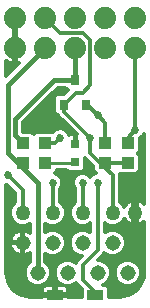
<source format=gtl>
G75*
%MOIN*%
%OFA0B0*%
%FSLAX24Y24*%
%IPPOS*%
%LPD*%
%AMOC8*
5,1,8,0,0,1.08239X$1,22.5*
%
%ADD10C,0.0515*%
%ADD11R,0.0433X0.0394*%
%ADD12C,0.0740*%
%ADD13R,0.0315X0.0354*%
%ADD14R,0.0315X0.0315*%
%ADD15R,0.0551X0.0354*%
%ADD16C,0.0500*%
%ADD17C,0.0120*%
%ADD18C,0.0270*%
%ADD19C,0.0160*%
%ADD20C,0.0100*%
D10*
X001550Y001517D03*
X001050Y002517D03*
X002050Y002517D03*
X002550Y001517D03*
X003050Y002517D03*
X003550Y001517D03*
X004050Y002517D03*
X004550Y001517D03*
D11*
X004550Y005182D03*
X004550Y005851D03*
X003800Y005851D03*
X003800Y005182D03*
X001800Y005182D03*
X001800Y005851D03*
X001050Y005851D03*
X001050Y005182D03*
D12*
X000800Y009017D03*
X000800Y010017D03*
X001800Y010017D03*
X001800Y009017D03*
X002800Y009017D03*
X002800Y010017D03*
X003800Y010017D03*
X003800Y009017D03*
X004800Y009017D03*
X004800Y010017D03*
D13*
X002800Y007950D03*
X002426Y007123D03*
X003174Y007123D03*
D14*
X002800Y005812D03*
X002800Y005221D03*
D15*
X002131Y000767D03*
X003469Y000767D03*
D16*
X003050Y003517D03*
X002050Y003517D03*
X001050Y003517D03*
X004050Y003517D03*
X004800Y003517D03*
D17*
X000741Y000958D02*
X000596Y001158D01*
X000520Y001393D01*
X000510Y001517D01*
X000510Y004452D01*
X000526Y004452D01*
X000810Y004167D01*
X000810Y003883D01*
X000806Y003881D01*
X000685Y003760D01*
X000620Y003602D01*
X000620Y003431D01*
X000685Y003273D01*
X000806Y003152D01*
X000964Y003087D01*
X001136Y003087D01*
X001290Y003151D01*
X001290Y002858D01*
X001269Y002874D01*
X001210Y002904D01*
X001148Y002924D01*
X001083Y002934D01*
X001069Y002934D01*
X001069Y002535D01*
X001031Y002535D01*
X001031Y002498D01*
X000633Y002498D01*
X000633Y002484D01*
X000643Y002419D01*
X000663Y002356D01*
X000693Y002298D01*
X000732Y002245D01*
X000778Y002198D01*
X000831Y002160D01*
X000890Y002130D01*
X000952Y002109D01*
X001017Y002099D01*
X001031Y002099D01*
X001031Y002498D01*
X001069Y002498D01*
X001069Y002099D01*
X001083Y002099D01*
X001148Y002109D01*
X001210Y002130D01*
X001269Y002160D01*
X001290Y002175D01*
X001290Y001875D01*
X001179Y001764D01*
X001113Y001604D01*
X001113Y001430D01*
X001179Y001269D01*
X001302Y001146D01*
X001463Y001079D01*
X001637Y001079D01*
X001798Y001146D01*
X001921Y001269D01*
X001987Y001430D01*
X001987Y001604D01*
X001921Y001764D01*
X001810Y001875D01*
X001810Y002143D01*
X001963Y002079D01*
X002137Y002079D01*
X002298Y002146D01*
X002421Y002269D01*
X002487Y002430D01*
X002487Y002604D01*
X002421Y002764D01*
X002298Y002888D01*
X002137Y002954D01*
X001963Y002954D01*
X001810Y002891D01*
X001810Y003151D01*
X001964Y003087D01*
X002136Y003087D01*
X002294Y003152D01*
X002415Y003273D01*
X002480Y003431D01*
X002480Y003602D01*
X002415Y003760D01*
X002294Y003881D01*
X002290Y003883D01*
X002290Y004311D01*
X002317Y004338D01*
X002365Y004454D01*
X002365Y004579D01*
X002317Y004695D01*
X002228Y004784D01*
X002116Y004830D01*
X002197Y004911D01*
X002197Y004952D01*
X002500Y004952D01*
X002568Y004884D01*
X003032Y004884D01*
X003137Y004989D01*
X003137Y005340D01*
X003403Y005074D01*
X003403Y004911D01*
X003484Y004830D01*
X003372Y004784D01*
X003300Y004712D01*
X003228Y004784D01*
X003113Y004832D01*
X002987Y004832D01*
X002872Y004784D01*
X002783Y004695D01*
X002735Y004579D01*
X002735Y004454D01*
X002783Y004338D01*
X002810Y004311D01*
X002810Y003883D01*
X002806Y003881D01*
X002685Y003760D01*
X002620Y003602D01*
X002620Y003431D01*
X002685Y003273D01*
X002806Y003152D01*
X002964Y003087D01*
X003136Y003087D01*
X003294Y003152D01*
X003310Y003169D01*
X003310Y002875D01*
X003298Y002888D01*
X003137Y002954D01*
X002963Y002954D01*
X002802Y002888D01*
X002679Y002764D01*
X002613Y002604D01*
X002613Y002430D01*
X002679Y002269D01*
X002802Y002146D01*
X002963Y002079D01*
X003023Y002079D01*
X002914Y001970D01*
X002847Y001903D01*
X002828Y001858D01*
X002798Y001888D01*
X002637Y001954D01*
X002463Y001954D01*
X002302Y001888D01*
X002179Y001764D01*
X002113Y001604D01*
X002113Y001430D01*
X002179Y001269D01*
X002302Y001146D01*
X002403Y001104D01*
X002159Y001104D01*
X002159Y000795D01*
X002102Y000795D01*
X002102Y000738D01*
X001695Y000738D01*
X001695Y000727D01*
X001300Y000727D01*
X001176Y000736D01*
X000941Y000813D01*
X000741Y000958D01*
X000718Y000991D02*
X001702Y000991D01*
X001706Y001006D02*
X001695Y000965D01*
X001695Y000795D01*
X002102Y000795D01*
X002102Y001104D01*
X001834Y001104D01*
X001793Y001093D01*
X001757Y001072D01*
X001727Y001042D01*
X001706Y001006D01*
X001709Y001109D02*
X002391Y001109D01*
X002492Y001079D02*
X002637Y001079D01*
X002798Y001146D01*
X002828Y001176D01*
X002847Y001131D01*
X003014Y000964D01*
X003014Y000727D01*
X002566Y000727D01*
X002566Y000738D01*
X002159Y000738D01*
X002159Y000795D01*
X002566Y000795D01*
X002566Y000965D01*
X002555Y001006D01*
X002534Y001042D01*
X002505Y001072D01*
X002492Y001079D01*
X002559Y000991D02*
X002987Y000991D01*
X003014Y000872D02*
X002566Y000872D01*
X002709Y001109D02*
X002868Y001109D01*
X003050Y001267D02*
X003550Y000767D01*
X003745Y001124D02*
X003798Y001146D01*
X003921Y001269D01*
X003987Y001430D01*
X003987Y001604D01*
X003921Y001764D01*
X003798Y001888D01*
X003637Y001954D01*
X003577Y001954D01*
X003686Y002063D01*
X003753Y002131D01*
X003772Y002176D01*
X003802Y002146D01*
X003963Y002079D01*
X004137Y002079D01*
X004298Y002146D01*
X004421Y002269D01*
X004487Y002430D01*
X004487Y002604D01*
X004421Y002764D01*
X004298Y002888D01*
X004137Y002954D01*
X003963Y002954D01*
X003802Y002888D01*
X003790Y002875D01*
X003790Y003169D01*
X003806Y003152D01*
X003964Y003087D01*
X004136Y003087D01*
X004294Y003152D01*
X004415Y003273D01*
X004437Y003327D01*
X004449Y003302D01*
X004487Y003250D01*
X004533Y003204D01*
X004585Y003166D01*
X004643Y003137D01*
X004704Y003117D01*
X004740Y003111D01*
X004740Y003457D01*
X004860Y003457D01*
X004860Y003111D01*
X004896Y003117D01*
X004957Y003137D01*
X005015Y003166D01*
X005067Y003204D01*
X005090Y003227D01*
X005090Y001517D01*
X005080Y001393D01*
X005004Y001158D01*
X004859Y000958D01*
X004659Y000813D01*
X004424Y000736D01*
X004300Y000727D01*
X003925Y000727D01*
X003925Y001018D01*
X003819Y001124D01*
X003745Y001124D01*
X003834Y001109D02*
X004391Y001109D01*
X004463Y001079D02*
X004302Y001146D01*
X004179Y001269D01*
X004113Y001430D01*
X004113Y001604D01*
X004179Y001764D01*
X004302Y001888D01*
X004463Y001954D01*
X004637Y001954D01*
X004798Y001888D01*
X004921Y001764D01*
X004987Y001604D01*
X004987Y001430D01*
X004921Y001269D01*
X004798Y001146D01*
X004637Y001079D01*
X004463Y001079D01*
X004709Y001109D02*
X004968Y001109D01*
X005027Y001228D02*
X004880Y001228D01*
X004953Y001346D02*
X005065Y001346D01*
X005086Y001465D02*
X004987Y001465D01*
X004987Y001583D02*
X005090Y001583D01*
X005090Y001702D02*
X004947Y001702D01*
X004865Y001820D02*
X005090Y001820D01*
X005090Y001939D02*
X004674Y001939D01*
X004426Y001939D02*
X003674Y001939D01*
X003680Y002057D02*
X005090Y002057D01*
X005090Y002176D02*
X004328Y002176D01*
X004431Y002294D02*
X005090Y002294D01*
X005090Y002413D02*
X004480Y002413D01*
X004487Y002531D02*
X005090Y002531D01*
X005090Y002650D02*
X004468Y002650D01*
X004417Y002768D02*
X005090Y002768D01*
X005090Y002887D02*
X004299Y002887D01*
X004225Y003124D02*
X004683Y003124D01*
X004740Y003124D02*
X004860Y003124D01*
X004917Y003124D02*
X005090Y003124D01*
X005090Y003005D02*
X003790Y003005D01*
X003790Y002887D02*
X003801Y002887D01*
X003790Y003124D02*
X003875Y003124D01*
X004050Y003517D02*
X004050Y004767D01*
X003800Y005017D01*
X003800Y005182D01*
X003635Y005182D01*
X003300Y005517D01*
X003300Y006017D01*
X002426Y006891D01*
X002426Y007123D01*
X002820Y007517D01*
X003050Y007517D01*
X003300Y007767D01*
X003300Y009267D01*
X003050Y009517D01*
X002300Y009517D01*
X001800Y010017D01*
X000840Y009977D02*
X000840Y009057D01*
X000760Y009057D01*
X000760Y009547D01*
X000760Y009977D01*
X000840Y009977D01*
X000840Y009878D02*
X000760Y009878D01*
X000760Y009760D02*
X000840Y009760D01*
X000840Y009641D02*
X000760Y009641D01*
X000760Y009523D02*
X000840Y009523D01*
X000840Y009404D02*
X000760Y009404D01*
X000760Y009286D02*
X000840Y009286D01*
X000840Y009167D02*
X000760Y009167D01*
X000760Y008977D02*
X000840Y008977D01*
X000840Y008487D01*
X000842Y008487D01*
X000914Y008498D01*
X000510Y008094D01*
X000510Y008572D01*
X000522Y008563D01*
X000597Y008525D01*
X000676Y008500D01*
X000758Y008487D01*
X000760Y008487D01*
X000760Y008977D01*
X000760Y008930D02*
X000840Y008930D01*
X000840Y008812D02*
X000760Y008812D01*
X000760Y008693D02*
X000840Y008693D01*
X000840Y008575D02*
X000760Y008575D01*
X000872Y008456D02*
X000510Y008456D01*
X000510Y008338D02*
X000753Y008338D01*
X000635Y008219D02*
X000510Y008219D01*
X000510Y008101D02*
X000516Y008101D01*
X001442Y006916D02*
X002089Y006916D01*
X002089Y006871D02*
X002194Y006766D01*
X002218Y006766D01*
X002223Y006755D01*
X002848Y006129D01*
X002819Y006129D01*
X002819Y005831D01*
X002781Y005831D01*
X002781Y006129D01*
X002621Y006129D01*
X002597Y006123D01*
X002567Y006195D01*
X002478Y006284D01*
X002363Y006332D01*
X002237Y006332D01*
X002122Y006284D01*
X002066Y006228D01*
X001509Y006228D01*
X001425Y006144D01*
X001341Y006228D01*
X001060Y006228D01*
X001060Y006534D01*
X002216Y007690D01*
X002471Y007690D01*
X002562Y007598D01*
X002444Y007480D01*
X002194Y007480D01*
X002089Y007375D01*
X002089Y006871D01*
X002163Y006797D02*
X001323Y006797D01*
X001205Y006679D02*
X002299Y006679D01*
X002417Y006560D02*
X001086Y006560D01*
X001060Y006442D02*
X002536Y006442D01*
X002550Y006392D02*
X001175Y006392D01*
X001060Y006323D02*
X002217Y006323D01*
X002383Y006323D02*
X002654Y006323D01*
X002550Y006392D02*
X002800Y006142D01*
X002800Y005812D01*
X002781Y005849D02*
X002819Y005849D01*
X002819Y005968D02*
X002781Y005968D01*
X002781Y006086D02*
X002819Y006086D01*
X002773Y006205D02*
X002557Y006205D01*
X002300Y006017D02*
X002135Y005851D01*
X001800Y005851D01*
X001485Y006205D02*
X001365Y006205D01*
X001560Y007034D02*
X002089Y007034D01*
X002089Y007153D02*
X001679Y007153D01*
X001797Y007271D02*
X002089Y007271D01*
X002103Y007390D02*
X001916Y007390D01*
X002034Y007508D02*
X002472Y007508D01*
X002534Y007627D02*
X002153Y007627D01*
X003174Y007123D02*
X003194Y007123D01*
X003550Y006767D01*
X003800Y006517D01*
X003800Y005851D01*
X003800Y005182D02*
X004550Y005182D01*
X004290Y004805D02*
X004841Y004805D01*
X004947Y004911D01*
X004947Y005453D01*
X004883Y005517D01*
X004947Y005580D01*
X004947Y005986D01*
X004978Y006000D01*
X005067Y006088D01*
X005090Y006144D01*
X005090Y003806D01*
X005067Y003829D01*
X005015Y003867D01*
X004957Y003897D01*
X004896Y003917D01*
X004860Y003922D01*
X004860Y003577D01*
X004740Y003577D01*
X004740Y003922D01*
X004704Y003917D01*
X004643Y003897D01*
X004585Y003867D01*
X004533Y003829D01*
X004487Y003784D01*
X004449Y003732D01*
X004437Y003707D01*
X004415Y003760D01*
X004294Y003881D01*
X004290Y003883D01*
X004290Y004805D01*
X004290Y004783D02*
X005090Y004783D01*
X005090Y004901D02*
X004937Y004901D01*
X004947Y005020D02*
X005090Y005020D01*
X005090Y005138D02*
X004947Y005138D01*
X004947Y005257D02*
X005090Y005257D01*
X005090Y005375D02*
X004947Y005375D01*
X004906Y005494D02*
X005090Y005494D01*
X005090Y005612D02*
X004947Y005612D01*
X004947Y005731D02*
X005090Y005731D01*
X005090Y005849D02*
X004947Y005849D01*
X004947Y005968D02*
X005090Y005968D01*
X005090Y006086D02*
X005065Y006086D01*
X004800Y006267D02*
X004800Y009017D01*
X004800Y006267D02*
X004550Y006017D01*
X004550Y005851D01*
X004290Y004664D02*
X005090Y004664D01*
X005090Y004546D02*
X004290Y004546D01*
X004290Y004427D02*
X005090Y004427D01*
X005090Y004309D02*
X004290Y004309D01*
X004290Y004190D02*
X005090Y004190D01*
X005090Y004072D02*
X004290Y004072D01*
X004290Y003953D02*
X005090Y003953D01*
X005090Y003835D02*
X005060Y003835D01*
X004860Y003835D02*
X004740Y003835D01*
X004740Y003716D02*
X004860Y003716D01*
X004860Y003598D02*
X004740Y003598D01*
X004800Y003517D02*
X004800Y002642D01*
X004050Y001892D01*
X004050Y001142D01*
X003880Y001228D02*
X004220Y001228D01*
X004147Y001346D02*
X003953Y001346D01*
X003987Y001465D02*
X004113Y001465D01*
X004113Y001583D02*
X003987Y001583D01*
X003947Y001702D02*
X004153Y001702D01*
X004235Y001820D02*
X003865Y001820D01*
X003772Y002176D02*
X003772Y002176D01*
X003550Y002267D02*
X003550Y004517D01*
X003371Y004783D02*
X003229Y004783D01*
X003049Y004901D02*
X003413Y004901D01*
X003403Y005020D02*
X003137Y005020D01*
X003137Y005138D02*
X003339Y005138D01*
X003221Y005257D02*
X003137Y005257D01*
X002871Y004783D02*
X002229Y004783D01*
X002187Y004901D02*
X002551Y004901D01*
X002770Y004664D02*
X002330Y004664D01*
X002365Y004546D02*
X002735Y004546D01*
X002746Y004427D02*
X002354Y004427D01*
X002290Y004309D02*
X002810Y004309D01*
X002810Y004190D02*
X002290Y004190D01*
X002290Y004072D02*
X002810Y004072D01*
X002810Y003953D02*
X002290Y003953D01*
X002340Y003835D02*
X002760Y003835D01*
X002667Y003716D02*
X002433Y003716D01*
X002480Y003598D02*
X002620Y003598D01*
X002620Y003479D02*
X002480Y003479D01*
X002451Y003361D02*
X002649Y003361D01*
X002716Y003242D02*
X002384Y003242D01*
X002225Y003124D02*
X002875Y003124D01*
X002801Y002887D02*
X002299Y002887D01*
X002417Y002768D02*
X002683Y002768D01*
X002632Y002650D02*
X002468Y002650D01*
X002487Y002531D02*
X002613Y002531D01*
X002620Y002413D02*
X002480Y002413D01*
X002431Y002294D02*
X002669Y002294D01*
X002772Y002176D02*
X002328Y002176D01*
X002426Y001939D02*
X001810Y001939D01*
X001810Y002057D02*
X003001Y002057D01*
X002883Y001939D02*
X002674Y001939D01*
X003050Y001767D02*
X003050Y001267D01*
X003014Y000754D02*
X002159Y000754D01*
X002131Y000767D02*
X001550Y000767D01*
X001050Y001267D01*
X001050Y002517D01*
X001031Y002531D02*
X000510Y002531D01*
X000510Y002413D02*
X000645Y002413D01*
X000633Y002535D02*
X001031Y002535D01*
X001031Y002934D01*
X001017Y002934D01*
X000952Y002924D01*
X000890Y002904D01*
X000831Y002874D01*
X000778Y002835D01*
X000732Y002789D01*
X000693Y002735D01*
X000663Y002677D01*
X000643Y002614D01*
X000633Y002550D01*
X000633Y002535D01*
X000654Y002650D02*
X000510Y002650D01*
X000510Y002768D02*
X000717Y002768D01*
X000857Y002887D02*
X000510Y002887D01*
X000510Y003005D02*
X001290Y003005D01*
X001290Y002887D02*
X001243Y002887D01*
X001069Y002887D02*
X001031Y002887D01*
X001031Y002768D02*
X001069Y002768D01*
X001069Y002650D02*
X001031Y002650D01*
X001031Y002413D02*
X001069Y002413D01*
X001069Y002294D02*
X001031Y002294D01*
X001031Y002176D02*
X001069Y002176D01*
X001290Y002057D02*
X000510Y002057D01*
X000510Y001939D02*
X001290Y001939D01*
X001235Y001820D02*
X000510Y001820D01*
X000510Y001702D02*
X001153Y001702D01*
X001113Y001583D02*
X000510Y001583D01*
X000514Y001465D02*
X001113Y001465D01*
X001147Y001346D02*
X000535Y001346D01*
X000573Y001228D02*
X001220Y001228D01*
X001391Y001109D02*
X000632Y001109D01*
X000860Y000872D02*
X001695Y000872D01*
X001880Y001228D02*
X002220Y001228D01*
X002147Y001346D02*
X001953Y001346D01*
X001987Y001465D02*
X002113Y001465D01*
X002113Y001583D02*
X001987Y001583D01*
X001947Y001702D02*
X002153Y001702D01*
X002235Y001820D02*
X001865Y001820D01*
X002102Y000991D02*
X002159Y000991D01*
X002159Y000872D02*
X002102Y000872D01*
X002102Y000754D02*
X001123Y000754D01*
X000809Y002176D02*
X000510Y002176D01*
X000510Y002294D02*
X000696Y002294D01*
X000875Y003124D02*
X000510Y003124D01*
X000510Y003242D02*
X000716Y003242D01*
X000649Y003361D02*
X000510Y003361D01*
X000510Y003479D02*
X000620Y003479D01*
X000620Y003598D02*
X000510Y003598D01*
X000510Y003716D02*
X000667Y003716D01*
X000760Y003835D02*
X000510Y003835D01*
X000510Y003953D02*
X000810Y003953D01*
X000810Y004072D02*
X000510Y004072D01*
X000510Y004190D02*
X000787Y004190D01*
X000669Y004309D02*
X000510Y004309D01*
X000510Y004427D02*
X000550Y004427D01*
X000550Y004767D02*
X001050Y004267D01*
X001050Y003517D01*
X001225Y003124D02*
X001290Y003124D01*
X001810Y003124D02*
X001875Y003124D01*
X001810Y003005D02*
X003310Y003005D01*
X003299Y002887D02*
X003310Y002887D01*
X003310Y003124D02*
X003225Y003124D01*
X003050Y003517D02*
X003050Y004517D01*
X002050Y004517D02*
X002050Y003517D01*
X003550Y002267D02*
X003050Y001767D01*
X003925Y000991D02*
X004882Y000991D01*
X004740Y000872D02*
X003925Y000872D01*
X003925Y000754D02*
X004477Y000754D01*
X004495Y003242D02*
X004384Y003242D01*
X004740Y003242D02*
X004860Y003242D01*
X004860Y003361D02*
X004740Y003361D01*
X004442Y003716D02*
X004433Y003716D01*
X004340Y003835D02*
X004540Y003835D01*
D18*
X003550Y004517D03*
X003050Y004517D03*
X002050Y004517D03*
X002300Y006017D03*
X003300Y006017D03*
X003550Y006767D03*
X004800Y006267D03*
X001175Y006392D03*
X000550Y004767D03*
X004050Y001142D03*
D19*
X001550Y001517D02*
X001550Y004517D01*
X001050Y005017D01*
X001050Y005182D01*
X000885Y005182D01*
X000550Y005517D01*
X000550Y007767D01*
X001800Y009017D01*
X002108Y007950D02*
X000800Y006642D01*
X000800Y006101D01*
X001050Y005851D01*
X002108Y007950D02*
X002800Y007950D01*
X002800Y009017D01*
X002800Y005221D02*
X002761Y005182D01*
D20*
X001800Y005182D01*
X003469Y000767D02*
X003550Y000767D01*
M02*

</source>
